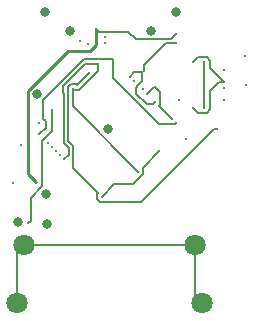
<source format=gbr>
%TF.GenerationSoftware,KiCad,Pcbnew,9.0.6*%
%TF.CreationDate,2026-01-02T14:09:45+01:00*%
%TF.ProjectId,Expansion_Card_Retrofit,45787061-6e73-4696-9f6e-5f436172645f,X1*%
%TF.SameCoordinates,Original*%
%TF.FileFunction,Copper,L3,Inr*%
%TF.FilePolarity,Positive*%
%FSLAX46Y46*%
G04 Gerber Fmt 4.6, Leading zero omitted, Abs format (unit mm)*
G04 Created by KiCad (PCBNEW 9.0.6) date 2026-01-02 14:09:45*
%MOMM*%
%LPD*%
G01*
G04 APERTURE LIST*
%TA.AperFunction,ComponentPad*%
%ADD10C,1.800000*%
%TD*%
%TA.AperFunction,ViaPad*%
%ADD11C,0.300000*%
%TD*%
%TA.AperFunction,ViaPad*%
%ADD12C,0.800000*%
%TD*%
%TA.AperFunction,Conductor*%
%ADD13C,0.152400*%
%TD*%
%TA.AperFunction,Conductor*%
%ADD14C,0.250000*%
%TD*%
G04 APERTURE END LIST*
D10*
%TO.N,unconnected-(J1-PadSH)*%
%TO.C,J1*%
X132050000Y-152900000D03*
X132650000Y-148000000D03*
X147150000Y-148000000D03*
X147750000Y-152900000D03*
%TD*%
D11*
%TO.N,Net-(U1-HDMIRXHPD)*%
X133050000Y-146150000D03*
%TO.N,+1V1*%
X142850000Y-132800000D03*
%TO.N,Net-(U4-EN1)*%
X147950000Y-132512500D03*
X147950000Y-136387500D03*
%TO.N,+1V1*%
X145520000Y-130950000D03*
%TO.N,+2V5*%
X148987500Y-138170000D03*
%TO.N,+3.3V*%
X146402500Y-139050000D03*
%TO.N,+5V*%
X148450000Y-136387500D03*
X146950000Y-136387500D03*
%TO.N,GND*%
X145762500Y-135700000D03*
%TO.N,+5V*%
X146950000Y-132512500D03*
%TO.N,GND*%
X149637500Y-135700000D03*
X149637500Y-134700000D03*
%TO.N,+5V*%
X149637500Y-134200000D03*
%TO.N,GND*%
X151452500Y-134500000D03*
X149637500Y-133200000D03*
%TO.N,+1V2*%
X151402500Y-132050000D03*
%TO.N,+5V*%
X148450000Y-132512500D03*
D12*
%TO.N,GND*%
X134450000Y-128300000D03*
X132135000Y-146035000D03*
D11*
X133960563Y-137663864D03*
D12*
X133750000Y-135250000D03*
X134500000Y-143700000D03*
X136580000Y-129890000D03*
X139750000Y-138150000D03*
X143420000Y-129890000D03*
X145550000Y-128300000D03*
D11*
%TO.N,+1V1*%
X136081884Y-140757456D03*
X138910311Y-132714117D03*
%TO.N,+3.3V*%
X139263864Y-143939437D03*
X141296796Y-142878777D03*
X144125223Y-140050349D03*
X142711010Y-141464563D03*
%TO.N,+1V1*%
X141650349Y-133774777D03*
X143771670Y-135896097D03*
X142357456Y-134481884D03*
%TO.N,+2V5*%
X138910311Y-143585883D03*
X138203204Y-133421223D03*
X137142544Y-134481884D03*
%TO.N,+1V1*%
X136788990Y-134835437D03*
X142357456Y-141818116D03*
%TO.N,+3.3V*%
X143064563Y-135188990D03*
X144125223Y-136249651D03*
X145185883Y-137310311D03*
D12*
%TO.N,Net-(J1-HPD)*%
X134650000Y-146250000D03*
D11*
%TO.N,Net-(P2-TX1-)*%
X138100000Y-131000000D03*
%TO.N,Net-(P2-TX1+)*%
X137450000Y-130700000D03*
%TO.N,Net-(P2-RX1-)*%
X139500000Y-130376200D03*
%TO.N,Net-(P2-RX1+)*%
X139500000Y-130900000D03*
%TO.N,+3.3V*%
X140236136Y-132360563D03*
X134314117Y-137310311D03*
X145539437Y-137663864D03*
X133960563Y-138636136D03*
%TO.N,SPIMOSI*%
X134667670Y-139343243D03*
%TO.N,SPICLK*%
X135021223Y-139696796D03*
X132450000Y-139550000D03*
X131700000Y-142800000D03*
%TO.N,SPIMISO*%
X135374777Y-140050349D03*
%TO.N,SPICS*%
X135728330Y-140403903D03*
%TO.N,+5V*%
X138749999Y-129712483D03*
X145535000Y-130115000D03*
X141500000Y-129950000D03*
X133710000Y-142700000D03*
%TO.N,Net-(U1-SSTXM)*%
X142711010Y-134835437D03*
%TO.N,Net-(U1-SSTXP)*%
X142003903Y-134128330D03*
%TO.N,Net-(U1-HDMIRXHPD)*%
X135021223Y-136603204D03*
%TD*%
D13*
%TO.N,+1V1*%
X136788990Y-134835437D02*
X136862637Y-134909084D01*
X136862637Y-134909084D02*
X137319497Y-134909084D01*
X137319497Y-134909084D02*
X138910311Y-133318270D01*
X138910311Y-133318270D02*
X138910311Y-132714117D01*
%TO.N,Net-(U1-HDMIRXHPD)*%
X135021223Y-136603204D02*
X135021223Y-138385537D01*
X135021223Y-138385537D02*
X134219494Y-139187266D01*
X134219494Y-139187266D02*
X134219494Y-143022800D01*
X134219494Y-143022800D02*
X133250000Y-143992294D01*
X133250000Y-143992294D02*
X133250000Y-145950000D01*
X133250000Y-145950000D02*
X133050000Y-146150000D01*
%TO.N,unconnected-(J1-PadSH)*%
X147150000Y-148000000D02*
X132650000Y-148000000D01*
X147150000Y-148000000D02*
X147150000Y-152300000D01*
X147150000Y-152300000D02*
X147750000Y-152900000D01*
X132050000Y-152900000D02*
X132050000Y-148600000D01*
X132050000Y-148600000D02*
X132650000Y-148000000D01*
%TO.N,+2V5*%
X148987500Y-138170000D02*
X148780000Y-138170000D01*
X148780000Y-138170000D02*
X142583363Y-144366637D01*
X142583363Y-144366637D02*
X139086911Y-144366637D01*
X139086911Y-144366637D02*
X138836664Y-144116390D01*
X138836664Y-144116390D02*
X138836664Y-143659530D01*
X138836664Y-143659530D02*
X138910311Y-143585883D01*
%TO.N,+5V*%
X148450000Y-136387500D02*
X148450000Y-136491653D01*
X148450000Y-136491653D02*
X148126953Y-136814700D01*
X148126953Y-136814700D02*
X147377200Y-136814700D01*
X147377200Y-136814700D02*
X146950000Y-136387500D01*
X149637500Y-134200000D02*
X149200001Y-134200000D01*
X149200001Y-134200000D02*
X148450000Y-134950001D01*
X148450000Y-134950001D02*
X148450000Y-136387500D01*
X148450000Y-132512500D02*
X148450000Y-133012500D01*
X148450000Y-133012500D02*
X149637500Y-134200000D01*
X146950000Y-132512500D02*
X147377200Y-132085300D01*
X147377200Y-132085300D02*
X148126953Y-132085300D01*
X148126953Y-132085300D02*
X148450000Y-132408347D01*
X148450000Y-132408347D02*
X148450000Y-132512500D01*
%TO.N,Net-(U4-EN1)*%
X147950000Y-132512500D02*
X147950000Y-136387500D01*
%TO.N,+1V1*%
X145520000Y-130950000D02*
X144700000Y-130950000D01*
X144700000Y-130950000D02*
X142850000Y-132800000D01*
X142850000Y-132800000D02*
X142850000Y-133250000D01*
X142850000Y-133250000D02*
X142700000Y-133400000D01*
X137806374Y-132714117D02*
X136008390Y-134512100D01*
X136092544Y-140757456D02*
X136081884Y-140757456D01*
X136008390Y-134512100D02*
X136008390Y-135158774D01*
X136008390Y-135158774D02*
X136046600Y-135196984D01*
X136446600Y-140403400D02*
X136092544Y-140757456D01*
X136046600Y-139396384D02*
X136446600Y-139796384D01*
X138910311Y-132714117D02*
X137806374Y-132714117D01*
X136046600Y-135196984D02*
X136046600Y-139396384D01*
X136446600Y-139796384D02*
X136446600Y-140403400D01*
%TO.N,+3.3V*%
X140324524Y-142878777D02*
X139263864Y-143939437D01*
X141900948Y-142878777D02*
X142784656Y-141995069D01*
X142711010Y-141464563D02*
X144125223Y-140050349D01*
X142784656Y-141995069D02*
X142784656Y-141538209D01*
X141296796Y-142878777D02*
X141900948Y-142878777D01*
X142784656Y-141538209D02*
X142711010Y-141464563D01*
X141296796Y-142878777D02*
X140324524Y-142878777D01*
%TO.N,+1V1*%
X142025126Y-133400000D02*
X141650349Y-133774777D01*
X142150000Y-134689340D02*
X142357456Y-134481884D01*
X142150000Y-135200000D02*
X142150000Y-134689340D01*
X142700000Y-133400000D02*
X142025126Y-133400000D01*
X142700000Y-134139340D02*
X142700000Y-133400000D01*
X142357456Y-134481884D02*
X142700000Y-134139340D01*
X143567767Y-136100000D02*
X143050000Y-136100000D01*
X143771670Y-135896097D02*
X143567767Y-136100000D01*
X143050000Y-136100000D02*
X142150000Y-135200000D01*
%TO.N,+2V5*%
X137068897Y-134408237D02*
X137142544Y-134481884D01*
X136361790Y-135012390D02*
X136361790Y-134658484D01*
X136400000Y-139250000D02*
X136400000Y-135050600D01*
X136800000Y-141475572D02*
X136800000Y-139650000D01*
X136800000Y-139650000D02*
X136400000Y-139250000D01*
X138910311Y-143585883D02*
X136800000Y-141475572D01*
X137142544Y-134481884D02*
X138203204Y-133421223D01*
X136400000Y-135050600D02*
X136361790Y-135012390D01*
X136612037Y-134408237D02*
X137068897Y-134408237D01*
X136361790Y-134658484D02*
X136612037Y-134408237D01*
%TO.N,+1V1*%
X136788990Y-136249650D02*
X136788990Y-134835437D01*
X142357456Y-141818116D02*
X136788990Y-136249650D01*
%TO.N,+3.3V*%
X144198870Y-136176004D02*
X144198870Y-135048870D01*
X143653553Y-134600000D02*
X143064563Y-135188990D01*
X143750000Y-134600000D02*
X143653553Y-134600000D01*
X144198870Y-135048870D02*
X143750000Y-134600000D01*
X144125223Y-136249651D02*
X144198870Y-136176004D01*
X145185883Y-137310311D02*
X144125223Y-136249651D01*
X140162490Y-132286917D02*
X140236136Y-132360563D01*
X144137511Y-137737511D02*
X145465790Y-137737511D01*
X140236136Y-133836136D02*
X144137511Y-137737511D01*
X134314117Y-137310311D02*
X134314117Y-137364117D01*
X145465790Y-137737511D02*
X145539437Y-137663864D01*
X134314117Y-137310311D02*
X134314117Y-135706591D01*
X134500000Y-138096699D02*
X133960563Y-138636136D01*
X137733791Y-132286917D02*
X140162490Y-132286917D01*
X134500000Y-137550000D02*
X134500000Y-138096699D01*
X134314117Y-135706591D02*
X137733791Y-132286917D01*
X134314117Y-137364117D02*
X134500000Y-137550000D01*
X140236136Y-132360563D02*
X140236136Y-133836136D01*
D14*
%TO.N,+5V*%
X138250000Y-131550000D02*
X136423280Y-131550000D01*
X138750000Y-131050000D02*
X138250000Y-131550000D01*
D13*
X138749999Y-129712483D02*
X138987516Y-129950000D01*
D14*
X136423280Y-131550000D02*
X133024000Y-134949280D01*
D13*
X145535000Y-130115000D02*
X145082800Y-130567200D01*
D14*
X133024000Y-142014000D02*
X133710000Y-142700000D01*
D13*
X145082800Y-130567200D02*
X142117200Y-130567200D01*
D14*
X138749999Y-129712483D02*
X138750000Y-129712484D01*
D13*
X142117200Y-130567200D02*
X141500000Y-129950000D01*
D14*
X133024000Y-134949280D02*
X133024000Y-142014000D01*
D13*
X138987516Y-129950000D02*
X141500000Y-129950000D01*
D14*
X138750000Y-129712484D02*
X138750000Y-131050000D01*
%TD*%
M02*

</source>
